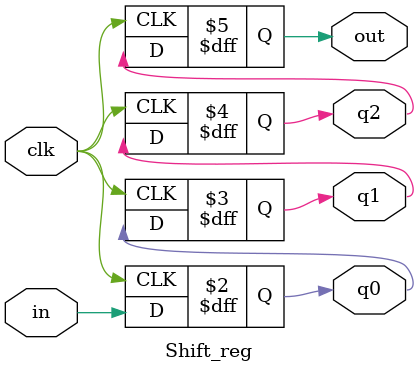
<source format=v>
`timescale 1ns / 1ps
module Shift_reg(q0, q1, q2, out, in, clk);
input in, clk;
output reg q0, q1, q2, out; 


always@(posedge clk)
begin
    q0  <= in;
    q1  <= q0;
    q2  <= q1;
    out <= q2;
end 
endmodule


</source>
